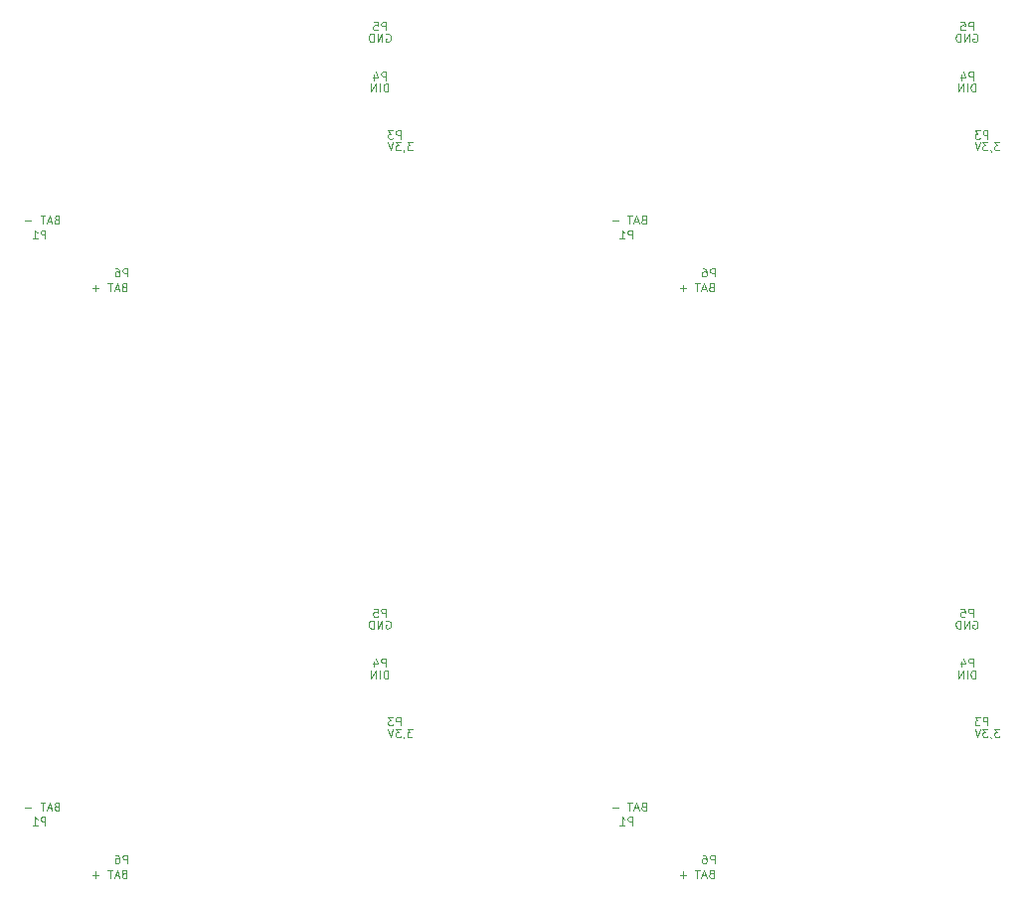
<source format=gbo>
G04 #@! TF.FileFunction,Legend,Bot*
%FSLAX46Y46*%
G04 Gerber Fmt 4.6, Leading zero omitted, Abs format (unit mm)*
G04 Created by KiCad (PCBNEW 4.0.7) date 06/26/18 19:00:46*
%MOMM*%
%LPD*%
G01*
G04 APERTURE LIST*
%ADD10C,0.100000*%
%ADD11C,0.110000*%
G04 APERTURE END LIST*
D10*
D11*
X166016666Y-105316667D02*
X166016666Y-104616667D01*
X165750000Y-104616667D01*
X165683333Y-104650000D01*
X165650000Y-104683333D01*
X165616666Y-104750000D01*
X165616666Y-104850000D01*
X165650000Y-104916667D01*
X165683333Y-104950000D01*
X165750000Y-104983333D01*
X166016666Y-104983333D01*
X165016666Y-104850000D02*
X165016666Y-105316667D01*
X165183333Y-104583333D02*
X165350000Y-105083333D01*
X164916666Y-105083333D01*
X166216666Y-106316667D02*
X166216666Y-105616667D01*
X166050000Y-105616667D01*
X165950000Y-105650000D01*
X165883333Y-105716667D01*
X165850000Y-105783333D01*
X165816666Y-105916667D01*
X165816666Y-106016667D01*
X165850000Y-106150000D01*
X165883333Y-106216667D01*
X165950000Y-106283333D01*
X166050000Y-106316667D01*
X166216666Y-106316667D01*
X165516666Y-106316667D02*
X165516666Y-105616667D01*
X165183333Y-106316667D02*
X165183333Y-105616667D01*
X164783333Y-106316667D01*
X164783333Y-105616667D01*
X116016666Y-105316667D02*
X116016666Y-104616667D01*
X115750000Y-104616667D01*
X115683333Y-104650000D01*
X115650000Y-104683333D01*
X115616666Y-104750000D01*
X115616666Y-104850000D01*
X115650000Y-104916667D01*
X115683333Y-104950000D01*
X115750000Y-104983333D01*
X116016666Y-104983333D01*
X115016666Y-104850000D02*
X115016666Y-105316667D01*
X115183333Y-104583333D02*
X115350000Y-105083333D01*
X114916666Y-105083333D01*
X116216666Y-106316667D02*
X116216666Y-105616667D01*
X116050000Y-105616667D01*
X115950000Y-105650000D01*
X115883333Y-105716667D01*
X115850000Y-105783333D01*
X115816666Y-105916667D01*
X115816666Y-106016667D01*
X115850000Y-106150000D01*
X115883333Y-106216667D01*
X115950000Y-106283333D01*
X116050000Y-106316667D01*
X116216666Y-106316667D01*
X115516666Y-106316667D02*
X115516666Y-105616667D01*
X115183333Y-106316667D02*
X115183333Y-105616667D01*
X114783333Y-106316667D01*
X114783333Y-105616667D01*
X166016666Y-55316667D02*
X166016666Y-54616667D01*
X165750000Y-54616667D01*
X165683333Y-54650000D01*
X165650000Y-54683333D01*
X165616666Y-54750000D01*
X165616666Y-54850000D01*
X165650000Y-54916667D01*
X165683333Y-54950000D01*
X165750000Y-54983333D01*
X166016666Y-54983333D01*
X165016666Y-54850000D02*
X165016666Y-55316667D01*
X165183333Y-54583333D02*
X165350000Y-55083333D01*
X164916666Y-55083333D01*
X166216666Y-56316667D02*
X166216666Y-55616667D01*
X166050000Y-55616667D01*
X165950000Y-55650000D01*
X165883333Y-55716667D01*
X165850000Y-55783333D01*
X165816666Y-55916667D01*
X165816666Y-56016667D01*
X165850000Y-56150000D01*
X165883333Y-56216667D01*
X165950000Y-56283333D01*
X166050000Y-56316667D01*
X166216666Y-56316667D01*
X165516666Y-56316667D02*
X165516666Y-55616667D01*
X165183333Y-56316667D02*
X165183333Y-55616667D01*
X164783333Y-56316667D01*
X164783333Y-55616667D01*
X167266666Y-110316667D02*
X167266666Y-109616667D01*
X167000000Y-109616667D01*
X166933333Y-109650000D01*
X166900000Y-109683333D01*
X166866666Y-109750000D01*
X166866666Y-109850000D01*
X166900000Y-109916667D01*
X166933333Y-109950000D01*
X167000000Y-109983333D01*
X167266666Y-109983333D01*
X166633333Y-109616667D02*
X166200000Y-109616667D01*
X166433333Y-109883333D01*
X166333333Y-109883333D01*
X166266666Y-109916667D01*
X166233333Y-109950000D01*
X166200000Y-110016667D01*
X166200000Y-110183333D01*
X166233333Y-110250000D01*
X166266666Y-110283333D01*
X166333333Y-110316667D01*
X166533333Y-110316667D01*
X166600000Y-110283333D01*
X166633333Y-110250000D01*
X168283333Y-110616667D02*
X167850000Y-110616667D01*
X168083333Y-110883333D01*
X167983333Y-110883333D01*
X167916666Y-110916667D01*
X167883333Y-110950000D01*
X167850000Y-111016667D01*
X167850000Y-111183333D01*
X167883333Y-111250000D01*
X167916666Y-111283333D01*
X167983333Y-111316667D01*
X168183333Y-111316667D01*
X168250000Y-111283333D01*
X168283333Y-111250000D01*
X167516666Y-111283333D02*
X167516666Y-111316667D01*
X167549999Y-111383333D01*
X167583333Y-111416667D01*
X167283333Y-110616667D02*
X166850000Y-110616667D01*
X167083333Y-110883333D01*
X166983333Y-110883333D01*
X166916666Y-110916667D01*
X166883333Y-110950000D01*
X166850000Y-111016667D01*
X166850000Y-111183333D01*
X166883333Y-111250000D01*
X166916666Y-111283333D01*
X166983333Y-111316667D01*
X167183333Y-111316667D01*
X167250000Y-111283333D01*
X167283333Y-111250000D01*
X166649999Y-110616667D02*
X166416666Y-111316667D01*
X166183333Y-110616667D01*
X117266666Y-110316667D02*
X117266666Y-109616667D01*
X117000000Y-109616667D01*
X116933333Y-109650000D01*
X116900000Y-109683333D01*
X116866666Y-109750000D01*
X116866666Y-109850000D01*
X116900000Y-109916667D01*
X116933333Y-109950000D01*
X117000000Y-109983333D01*
X117266666Y-109983333D01*
X116633333Y-109616667D02*
X116200000Y-109616667D01*
X116433333Y-109883333D01*
X116333333Y-109883333D01*
X116266666Y-109916667D01*
X116233333Y-109950000D01*
X116200000Y-110016667D01*
X116200000Y-110183333D01*
X116233333Y-110250000D01*
X116266666Y-110283333D01*
X116333333Y-110316667D01*
X116533333Y-110316667D01*
X116600000Y-110283333D01*
X116633333Y-110250000D01*
X118283333Y-110616667D02*
X117850000Y-110616667D01*
X118083333Y-110883333D01*
X117983333Y-110883333D01*
X117916666Y-110916667D01*
X117883333Y-110950000D01*
X117850000Y-111016667D01*
X117850000Y-111183333D01*
X117883333Y-111250000D01*
X117916666Y-111283333D01*
X117983333Y-111316667D01*
X118183333Y-111316667D01*
X118250000Y-111283333D01*
X118283333Y-111250000D01*
X117516666Y-111283333D02*
X117516666Y-111316667D01*
X117549999Y-111383333D01*
X117583333Y-111416667D01*
X117283333Y-110616667D02*
X116850000Y-110616667D01*
X117083333Y-110883333D01*
X116983333Y-110883333D01*
X116916666Y-110916667D01*
X116883333Y-110950000D01*
X116850000Y-111016667D01*
X116850000Y-111183333D01*
X116883333Y-111250000D01*
X116916666Y-111283333D01*
X116983333Y-111316667D01*
X117183333Y-111316667D01*
X117250000Y-111283333D01*
X117283333Y-111250000D01*
X116649999Y-110616667D02*
X116416666Y-111316667D01*
X116183333Y-110616667D01*
X167266666Y-60316667D02*
X167266666Y-59616667D01*
X167000000Y-59616667D01*
X166933333Y-59650000D01*
X166900000Y-59683333D01*
X166866666Y-59750000D01*
X166866666Y-59850000D01*
X166900000Y-59916667D01*
X166933333Y-59950000D01*
X167000000Y-59983333D01*
X167266666Y-59983333D01*
X166633333Y-59616667D02*
X166200000Y-59616667D01*
X166433333Y-59883333D01*
X166333333Y-59883333D01*
X166266666Y-59916667D01*
X166233333Y-59950000D01*
X166200000Y-60016667D01*
X166200000Y-60183333D01*
X166233333Y-60250000D01*
X166266666Y-60283333D01*
X166333333Y-60316667D01*
X166533333Y-60316667D01*
X166600000Y-60283333D01*
X166633333Y-60250000D01*
X168283333Y-60616667D02*
X167850000Y-60616667D01*
X168083333Y-60883333D01*
X167983333Y-60883333D01*
X167916666Y-60916667D01*
X167883333Y-60950000D01*
X167850000Y-61016667D01*
X167850000Y-61183333D01*
X167883333Y-61250000D01*
X167916666Y-61283333D01*
X167983333Y-61316667D01*
X168183333Y-61316667D01*
X168250000Y-61283333D01*
X168283333Y-61250000D01*
X167516666Y-61283333D02*
X167516666Y-61316667D01*
X167549999Y-61383333D01*
X167583333Y-61416667D01*
X167283333Y-60616667D02*
X166850000Y-60616667D01*
X167083333Y-60883333D01*
X166983333Y-60883333D01*
X166916666Y-60916667D01*
X166883333Y-60950000D01*
X166850000Y-61016667D01*
X166850000Y-61183333D01*
X166883333Y-61250000D01*
X166916666Y-61283333D01*
X166983333Y-61316667D01*
X167183333Y-61316667D01*
X167250000Y-61283333D01*
X167283333Y-61250000D01*
X166649999Y-60616667D02*
X166416666Y-61316667D01*
X166183333Y-60616667D01*
X166016666Y-101066667D02*
X166016666Y-100366667D01*
X165750000Y-100366667D01*
X165683333Y-100400000D01*
X165650000Y-100433333D01*
X165616666Y-100500000D01*
X165616666Y-100600000D01*
X165650000Y-100666667D01*
X165683333Y-100700000D01*
X165750000Y-100733333D01*
X166016666Y-100733333D01*
X164983333Y-100366667D02*
X165316666Y-100366667D01*
X165350000Y-100700000D01*
X165316666Y-100666667D01*
X165250000Y-100633333D01*
X165083333Y-100633333D01*
X165016666Y-100666667D01*
X164983333Y-100700000D01*
X164950000Y-100766667D01*
X164950000Y-100933333D01*
X164983333Y-101000000D01*
X165016666Y-101033333D01*
X165083333Y-101066667D01*
X165250000Y-101066667D01*
X165316666Y-101033333D01*
X165350000Y-101000000D01*
X166033333Y-101400000D02*
X166099999Y-101366667D01*
X166199999Y-101366667D01*
X166299999Y-101400000D01*
X166366666Y-101466667D01*
X166399999Y-101533333D01*
X166433333Y-101666667D01*
X166433333Y-101766667D01*
X166399999Y-101900000D01*
X166366666Y-101966667D01*
X166299999Y-102033333D01*
X166199999Y-102066667D01*
X166133333Y-102066667D01*
X166033333Y-102033333D01*
X165999999Y-102000000D01*
X165999999Y-101766667D01*
X166133333Y-101766667D01*
X165699999Y-102066667D02*
X165699999Y-101366667D01*
X165299999Y-102066667D01*
X165299999Y-101366667D01*
X164966666Y-102066667D02*
X164966666Y-101366667D01*
X164800000Y-101366667D01*
X164700000Y-101400000D01*
X164633333Y-101466667D01*
X164600000Y-101533333D01*
X164566666Y-101666667D01*
X164566666Y-101766667D01*
X164600000Y-101900000D01*
X164633333Y-101966667D01*
X164700000Y-102033333D01*
X164800000Y-102066667D01*
X164966666Y-102066667D01*
X116016666Y-101066667D02*
X116016666Y-100366667D01*
X115750000Y-100366667D01*
X115683333Y-100400000D01*
X115650000Y-100433333D01*
X115616666Y-100500000D01*
X115616666Y-100600000D01*
X115650000Y-100666667D01*
X115683333Y-100700000D01*
X115750000Y-100733333D01*
X116016666Y-100733333D01*
X114983333Y-100366667D02*
X115316666Y-100366667D01*
X115350000Y-100700000D01*
X115316666Y-100666667D01*
X115250000Y-100633333D01*
X115083333Y-100633333D01*
X115016666Y-100666667D01*
X114983333Y-100700000D01*
X114950000Y-100766667D01*
X114950000Y-100933333D01*
X114983333Y-101000000D01*
X115016666Y-101033333D01*
X115083333Y-101066667D01*
X115250000Y-101066667D01*
X115316666Y-101033333D01*
X115350000Y-101000000D01*
X116033333Y-101400000D02*
X116099999Y-101366667D01*
X116199999Y-101366667D01*
X116299999Y-101400000D01*
X116366666Y-101466667D01*
X116399999Y-101533333D01*
X116433333Y-101666667D01*
X116433333Y-101766667D01*
X116399999Y-101900000D01*
X116366666Y-101966667D01*
X116299999Y-102033333D01*
X116199999Y-102066667D01*
X116133333Y-102066667D01*
X116033333Y-102033333D01*
X115999999Y-102000000D01*
X115999999Y-101766667D01*
X116133333Y-101766667D01*
X115699999Y-102066667D02*
X115699999Y-101366667D01*
X115299999Y-102066667D01*
X115299999Y-101366667D01*
X114966666Y-102066667D02*
X114966666Y-101366667D01*
X114800000Y-101366667D01*
X114700000Y-101400000D01*
X114633333Y-101466667D01*
X114600000Y-101533333D01*
X114566666Y-101666667D01*
X114566666Y-101766667D01*
X114600000Y-101900000D01*
X114633333Y-101966667D01*
X114700000Y-102033333D01*
X114800000Y-102066667D01*
X114966666Y-102066667D01*
X166016666Y-51066667D02*
X166016666Y-50366667D01*
X165750000Y-50366667D01*
X165683333Y-50400000D01*
X165650000Y-50433333D01*
X165616666Y-50500000D01*
X165616666Y-50600000D01*
X165650000Y-50666667D01*
X165683333Y-50700000D01*
X165750000Y-50733333D01*
X166016666Y-50733333D01*
X164983333Y-50366667D02*
X165316666Y-50366667D01*
X165350000Y-50700000D01*
X165316666Y-50666667D01*
X165250000Y-50633333D01*
X165083333Y-50633333D01*
X165016666Y-50666667D01*
X164983333Y-50700000D01*
X164950000Y-50766667D01*
X164950000Y-50933333D01*
X164983333Y-51000000D01*
X165016666Y-51033333D01*
X165083333Y-51066667D01*
X165250000Y-51066667D01*
X165316666Y-51033333D01*
X165350000Y-51000000D01*
X166033333Y-51400000D02*
X166099999Y-51366667D01*
X166199999Y-51366667D01*
X166299999Y-51400000D01*
X166366666Y-51466667D01*
X166399999Y-51533333D01*
X166433333Y-51666667D01*
X166433333Y-51766667D01*
X166399999Y-51900000D01*
X166366666Y-51966667D01*
X166299999Y-52033333D01*
X166199999Y-52066667D01*
X166133333Y-52066667D01*
X166033333Y-52033333D01*
X165999999Y-52000000D01*
X165999999Y-51766667D01*
X166133333Y-51766667D01*
X165699999Y-52066667D02*
X165699999Y-51366667D01*
X165299999Y-52066667D01*
X165299999Y-51366667D01*
X164966666Y-52066667D02*
X164966666Y-51366667D01*
X164800000Y-51366667D01*
X164700000Y-51400000D01*
X164633333Y-51466667D01*
X164600000Y-51533333D01*
X164566666Y-51666667D01*
X164566666Y-51766667D01*
X164600000Y-51900000D01*
X164633333Y-51966667D01*
X164700000Y-52033333D01*
X164800000Y-52066667D01*
X164966666Y-52066667D01*
X137016666Y-118816667D02*
X137016666Y-118116667D01*
X136750000Y-118116667D01*
X136683333Y-118150000D01*
X136650000Y-118183333D01*
X136616666Y-118250000D01*
X136616666Y-118350000D01*
X136650000Y-118416667D01*
X136683333Y-118450000D01*
X136750000Y-118483333D01*
X137016666Y-118483333D01*
X135950000Y-118816667D02*
X136350000Y-118816667D01*
X136150000Y-118816667D02*
X136150000Y-118116667D01*
X136216666Y-118216667D01*
X136283333Y-118283333D01*
X136350000Y-118316667D01*
X137966666Y-117200000D02*
X137866666Y-117233333D01*
X137833333Y-117266667D01*
X137799999Y-117333333D01*
X137799999Y-117433333D01*
X137833333Y-117500000D01*
X137866666Y-117533333D01*
X137933333Y-117566667D01*
X138199999Y-117566667D01*
X138199999Y-116866667D01*
X137966666Y-116866667D01*
X137899999Y-116900000D01*
X137866666Y-116933333D01*
X137833333Y-117000000D01*
X137833333Y-117066667D01*
X137866666Y-117133333D01*
X137899999Y-117166667D01*
X137966666Y-117200000D01*
X138199999Y-117200000D01*
X137533333Y-117366667D02*
X137199999Y-117366667D01*
X137599999Y-117566667D02*
X137366666Y-116866667D01*
X137133333Y-117566667D01*
X136999999Y-116866667D02*
X136599999Y-116866667D01*
X136799999Y-117566667D02*
X136799999Y-116866667D01*
X135833333Y-117300000D02*
X135300000Y-117300000D01*
X87016666Y-118816667D02*
X87016666Y-118116667D01*
X86750000Y-118116667D01*
X86683333Y-118150000D01*
X86650000Y-118183333D01*
X86616666Y-118250000D01*
X86616666Y-118350000D01*
X86650000Y-118416667D01*
X86683333Y-118450000D01*
X86750000Y-118483333D01*
X87016666Y-118483333D01*
X85950000Y-118816667D02*
X86350000Y-118816667D01*
X86150000Y-118816667D02*
X86150000Y-118116667D01*
X86216666Y-118216667D01*
X86283333Y-118283333D01*
X86350000Y-118316667D01*
X87966666Y-117200000D02*
X87866666Y-117233333D01*
X87833333Y-117266667D01*
X87799999Y-117333333D01*
X87799999Y-117433333D01*
X87833333Y-117500000D01*
X87866666Y-117533333D01*
X87933333Y-117566667D01*
X88199999Y-117566667D01*
X88199999Y-116866667D01*
X87966666Y-116866667D01*
X87899999Y-116900000D01*
X87866666Y-116933333D01*
X87833333Y-117000000D01*
X87833333Y-117066667D01*
X87866666Y-117133333D01*
X87899999Y-117166667D01*
X87966666Y-117200000D01*
X88199999Y-117200000D01*
X87533333Y-117366667D02*
X87199999Y-117366667D01*
X87599999Y-117566667D02*
X87366666Y-116866667D01*
X87133333Y-117566667D01*
X86999999Y-116866667D02*
X86599999Y-116866667D01*
X86799999Y-117566667D02*
X86799999Y-116866667D01*
X85833333Y-117300000D02*
X85300000Y-117300000D01*
X137016666Y-68816667D02*
X137016666Y-68116667D01*
X136750000Y-68116667D01*
X136683333Y-68150000D01*
X136650000Y-68183333D01*
X136616666Y-68250000D01*
X136616666Y-68350000D01*
X136650000Y-68416667D01*
X136683333Y-68450000D01*
X136750000Y-68483333D01*
X137016666Y-68483333D01*
X135950000Y-68816667D02*
X136350000Y-68816667D01*
X136150000Y-68816667D02*
X136150000Y-68116667D01*
X136216666Y-68216667D01*
X136283333Y-68283333D01*
X136350000Y-68316667D01*
X137966666Y-67200000D02*
X137866666Y-67233333D01*
X137833333Y-67266667D01*
X137799999Y-67333333D01*
X137799999Y-67433333D01*
X137833333Y-67500000D01*
X137866666Y-67533333D01*
X137933333Y-67566667D01*
X138199999Y-67566667D01*
X138199999Y-66866667D01*
X137966666Y-66866667D01*
X137899999Y-66900000D01*
X137866666Y-66933333D01*
X137833333Y-67000000D01*
X137833333Y-67066667D01*
X137866666Y-67133333D01*
X137899999Y-67166667D01*
X137966666Y-67200000D01*
X138199999Y-67200000D01*
X137533333Y-67366667D02*
X137199999Y-67366667D01*
X137599999Y-67566667D02*
X137366666Y-66866667D01*
X137133333Y-67566667D01*
X136999999Y-66866667D02*
X136599999Y-66866667D01*
X136799999Y-67566667D02*
X136799999Y-66866667D01*
X135833333Y-67300000D02*
X135300000Y-67300000D01*
X144016666Y-122066667D02*
X144016666Y-121366667D01*
X143750000Y-121366667D01*
X143683333Y-121400000D01*
X143650000Y-121433333D01*
X143616666Y-121500000D01*
X143616666Y-121600000D01*
X143650000Y-121666667D01*
X143683333Y-121700000D01*
X143750000Y-121733333D01*
X144016666Y-121733333D01*
X143016666Y-121366667D02*
X143150000Y-121366667D01*
X143216666Y-121400000D01*
X143250000Y-121433333D01*
X143316666Y-121533333D01*
X143350000Y-121666667D01*
X143350000Y-121933333D01*
X143316666Y-122000000D01*
X143283333Y-122033333D01*
X143216666Y-122066667D01*
X143083333Y-122066667D01*
X143016666Y-122033333D01*
X142983333Y-122000000D01*
X142950000Y-121933333D01*
X142950000Y-121766667D01*
X142983333Y-121700000D01*
X143016666Y-121666667D01*
X143083333Y-121633333D01*
X143216666Y-121633333D01*
X143283333Y-121666667D01*
X143316666Y-121700000D01*
X143350000Y-121766667D01*
X143716666Y-122950000D02*
X143616666Y-122983333D01*
X143583333Y-123016667D01*
X143549999Y-123083333D01*
X143549999Y-123183333D01*
X143583333Y-123250000D01*
X143616666Y-123283333D01*
X143683333Y-123316667D01*
X143949999Y-123316667D01*
X143949999Y-122616667D01*
X143716666Y-122616667D01*
X143649999Y-122650000D01*
X143616666Y-122683333D01*
X143583333Y-122750000D01*
X143583333Y-122816667D01*
X143616666Y-122883333D01*
X143649999Y-122916667D01*
X143716666Y-122950000D01*
X143949999Y-122950000D01*
X143283333Y-123116667D02*
X142949999Y-123116667D01*
X143349999Y-123316667D02*
X143116666Y-122616667D01*
X142883333Y-123316667D01*
X142749999Y-122616667D02*
X142349999Y-122616667D01*
X142549999Y-123316667D02*
X142549999Y-122616667D01*
X141583333Y-123050000D02*
X141050000Y-123050000D01*
X141316667Y-123316667D02*
X141316667Y-122783333D01*
X94016666Y-122066667D02*
X94016666Y-121366667D01*
X93750000Y-121366667D01*
X93683333Y-121400000D01*
X93650000Y-121433333D01*
X93616666Y-121500000D01*
X93616666Y-121600000D01*
X93650000Y-121666667D01*
X93683333Y-121700000D01*
X93750000Y-121733333D01*
X94016666Y-121733333D01*
X93016666Y-121366667D02*
X93150000Y-121366667D01*
X93216666Y-121400000D01*
X93250000Y-121433333D01*
X93316666Y-121533333D01*
X93350000Y-121666667D01*
X93350000Y-121933333D01*
X93316666Y-122000000D01*
X93283333Y-122033333D01*
X93216666Y-122066667D01*
X93083333Y-122066667D01*
X93016666Y-122033333D01*
X92983333Y-122000000D01*
X92950000Y-121933333D01*
X92950000Y-121766667D01*
X92983333Y-121700000D01*
X93016666Y-121666667D01*
X93083333Y-121633333D01*
X93216666Y-121633333D01*
X93283333Y-121666667D01*
X93316666Y-121700000D01*
X93350000Y-121766667D01*
X93716666Y-122950000D02*
X93616666Y-122983333D01*
X93583333Y-123016667D01*
X93549999Y-123083333D01*
X93549999Y-123183333D01*
X93583333Y-123250000D01*
X93616666Y-123283333D01*
X93683333Y-123316667D01*
X93949999Y-123316667D01*
X93949999Y-122616667D01*
X93716666Y-122616667D01*
X93649999Y-122650000D01*
X93616666Y-122683333D01*
X93583333Y-122750000D01*
X93583333Y-122816667D01*
X93616666Y-122883333D01*
X93649999Y-122916667D01*
X93716666Y-122950000D01*
X93949999Y-122950000D01*
X93283333Y-123116667D02*
X92949999Y-123116667D01*
X93349999Y-123316667D02*
X93116666Y-122616667D01*
X92883333Y-123316667D01*
X92749999Y-122616667D02*
X92349999Y-122616667D01*
X92549999Y-123316667D02*
X92549999Y-122616667D01*
X91583333Y-123050000D02*
X91050000Y-123050000D01*
X91316667Y-123316667D02*
X91316667Y-122783333D01*
X144016666Y-72066667D02*
X144016666Y-71366667D01*
X143750000Y-71366667D01*
X143683333Y-71400000D01*
X143650000Y-71433333D01*
X143616666Y-71500000D01*
X143616666Y-71600000D01*
X143650000Y-71666667D01*
X143683333Y-71700000D01*
X143750000Y-71733333D01*
X144016666Y-71733333D01*
X143016666Y-71366667D02*
X143150000Y-71366667D01*
X143216666Y-71400000D01*
X143250000Y-71433333D01*
X143316666Y-71533333D01*
X143350000Y-71666667D01*
X143350000Y-71933333D01*
X143316666Y-72000000D01*
X143283333Y-72033333D01*
X143216666Y-72066667D01*
X143083333Y-72066667D01*
X143016666Y-72033333D01*
X142983333Y-72000000D01*
X142950000Y-71933333D01*
X142950000Y-71766667D01*
X142983333Y-71700000D01*
X143016666Y-71666667D01*
X143083333Y-71633333D01*
X143216666Y-71633333D01*
X143283333Y-71666667D01*
X143316666Y-71700000D01*
X143350000Y-71766667D01*
X143716666Y-72950000D02*
X143616666Y-72983333D01*
X143583333Y-73016667D01*
X143549999Y-73083333D01*
X143549999Y-73183333D01*
X143583333Y-73250000D01*
X143616666Y-73283333D01*
X143683333Y-73316667D01*
X143949999Y-73316667D01*
X143949999Y-72616667D01*
X143716666Y-72616667D01*
X143649999Y-72650000D01*
X143616666Y-72683333D01*
X143583333Y-72750000D01*
X143583333Y-72816667D01*
X143616666Y-72883333D01*
X143649999Y-72916667D01*
X143716666Y-72950000D01*
X143949999Y-72950000D01*
X143283333Y-73116667D02*
X142949999Y-73116667D01*
X143349999Y-73316667D02*
X143116666Y-72616667D01*
X142883333Y-73316667D01*
X142749999Y-72616667D02*
X142349999Y-72616667D01*
X142549999Y-73316667D02*
X142549999Y-72616667D01*
X141583333Y-73050000D02*
X141050000Y-73050000D01*
X141316667Y-73316667D02*
X141316667Y-72783333D01*
X87016666Y-68816667D02*
X87016666Y-68116667D01*
X86750000Y-68116667D01*
X86683333Y-68150000D01*
X86650000Y-68183333D01*
X86616666Y-68250000D01*
X86616666Y-68350000D01*
X86650000Y-68416667D01*
X86683333Y-68450000D01*
X86750000Y-68483333D01*
X87016666Y-68483333D01*
X85950000Y-68816667D02*
X86350000Y-68816667D01*
X86150000Y-68816667D02*
X86150000Y-68116667D01*
X86216666Y-68216667D01*
X86283333Y-68283333D01*
X86350000Y-68316667D01*
X87966666Y-67200000D02*
X87866666Y-67233333D01*
X87833333Y-67266667D01*
X87799999Y-67333333D01*
X87799999Y-67433333D01*
X87833333Y-67500000D01*
X87866666Y-67533333D01*
X87933333Y-67566667D01*
X88199999Y-67566667D01*
X88199999Y-66866667D01*
X87966666Y-66866667D01*
X87899999Y-66900000D01*
X87866666Y-66933333D01*
X87833333Y-67000000D01*
X87833333Y-67066667D01*
X87866666Y-67133333D01*
X87899999Y-67166667D01*
X87966666Y-67200000D01*
X88199999Y-67200000D01*
X87533333Y-67366667D02*
X87199999Y-67366667D01*
X87599999Y-67566667D02*
X87366666Y-66866667D01*
X87133333Y-67566667D01*
X86999999Y-66866667D02*
X86599999Y-66866667D01*
X86799999Y-67566667D02*
X86799999Y-66866667D01*
X85833333Y-67300000D02*
X85300000Y-67300000D01*
X117266666Y-60316667D02*
X117266666Y-59616667D01*
X117000000Y-59616667D01*
X116933333Y-59650000D01*
X116900000Y-59683333D01*
X116866666Y-59750000D01*
X116866666Y-59850000D01*
X116900000Y-59916667D01*
X116933333Y-59950000D01*
X117000000Y-59983333D01*
X117266666Y-59983333D01*
X116633333Y-59616667D02*
X116200000Y-59616667D01*
X116433333Y-59883333D01*
X116333333Y-59883333D01*
X116266666Y-59916667D01*
X116233333Y-59950000D01*
X116200000Y-60016667D01*
X116200000Y-60183333D01*
X116233333Y-60250000D01*
X116266666Y-60283333D01*
X116333333Y-60316667D01*
X116533333Y-60316667D01*
X116600000Y-60283333D01*
X116633333Y-60250000D01*
X118283333Y-60616667D02*
X117850000Y-60616667D01*
X118083333Y-60883333D01*
X117983333Y-60883333D01*
X117916666Y-60916667D01*
X117883333Y-60950000D01*
X117850000Y-61016667D01*
X117850000Y-61183333D01*
X117883333Y-61250000D01*
X117916666Y-61283333D01*
X117983333Y-61316667D01*
X118183333Y-61316667D01*
X118250000Y-61283333D01*
X118283333Y-61250000D01*
X117516666Y-61283333D02*
X117516666Y-61316667D01*
X117549999Y-61383333D01*
X117583333Y-61416667D01*
X117283333Y-60616667D02*
X116850000Y-60616667D01*
X117083333Y-60883333D01*
X116983333Y-60883333D01*
X116916666Y-60916667D01*
X116883333Y-60950000D01*
X116850000Y-61016667D01*
X116850000Y-61183333D01*
X116883333Y-61250000D01*
X116916666Y-61283333D01*
X116983333Y-61316667D01*
X117183333Y-61316667D01*
X117250000Y-61283333D01*
X117283333Y-61250000D01*
X116649999Y-60616667D02*
X116416666Y-61316667D01*
X116183333Y-60616667D01*
X116016666Y-55316667D02*
X116016666Y-54616667D01*
X115750000Y-54616667D01*
X115683333Y-54650000D01*
X115650000Y-54683333D01*
X115616666Y-54750000D01*
X115616666Y-54850000D01*
X115650000Y-54916667D01*
X115683333Y-54950000D01*
X115750000Y-54983333D01*
X116016666Y-54983333D01*
X115016666Y-54850000D02*
X115016666Y-55316667D01*
X115183333Y-54583333D02*
X115350000Y-55083333D01*
X114916666Y-55083333D01*
X116216666Y-56316667D02*
X116216666Y-55616667D01*
X116050000Y-55616667D01*
X115950000Y-55650000D01*
X115883333Y-55716667D01*
X115850000Y-55783333D01*
X115816666Y-55916667D01*
X115816666Y-56016667D01*
X115850000Y-56150000D01*
X115883333Y-56216667D01*
X115950000Y-56283333D01*
X116050000Y-56316667D01*
X116216666Y-56316667D01*
X115516666Y-56316667D02*
X115516666Y-55616667D01*
X115183333Y-56316667D02*
X115183333Y-55616667D01*
X114783333Y-56316667D01*
X114783333Y-55616667D01*
X116016666Y-51066667D02*
X116016666Y-50366667D01*
X115750000Y-50366667D01*
X115683333Y-50400000D01*
X115650000Y-50433333D01*
X115616666Y-50500000D01*
X115616666Y-50600000D01*
X115650000Y-50666667D01*
X115683333Y-50700000D01*
X115750000Y-50733333D01*
X116016666Y-50733333D01*
X114983333Y-50366667D02*
X115316666Y-50366667D01*
X115350000Y-50700000D01*
X115316666Y-50666667D01*
X115250000Y-50633333D01*
X115083333Y-50633333D01*
X115016666Y-50666667D01*
X114983333Y-50700000D01*
X114950000Y-50766667D01*
X114950000Y-50933333D01*
X114983333Y-51000000D01*
X115016666Y-51033333D01*
X115083333Y-51066667D01*
X115250000Y-51066667D01*
X115316666Y-51033333D01*
X115350000Y-51000000D01*
X116033333Y-51400000D02*
X116099999Y-51366667D01*
X116199999Y-51366667D01*
X116299999Y-51400000D01*
X116366666Y-51466667D01*
X116399999Y-51533333D01*
X116433333Y-51666667D01*
X116433333Y-51766667D01*
X116399999Y-51900000D01*
X116366666Y-51966667D01*
X116299999Y-52033333D01*
X116199999Y-52066667D01*
X116133333Y-52066667D01*
X116033333Y-52033333D01*
X115999999Y-52000000D01*
X115999999Y-51766667D01*
X116133333Y-51766667D01*
X115699999Y-52066667D02*
X115699999Y-51366667D01*
X115299999Y-52066667D01*
X115299999Y-51366667D01*
X114966666Y-52066667D02*
X114966666Y-51366667D01*
X114800000Y-51366667D01*
X114700000Y-51400000D01*
X114633333Y-51466667D01*
X114600000Y-51533333D01*
X114566666Y-51666667D01*
X114566666Y-51766667D01*
X114600000Y-51900000D01*
X114633333Y-51966667D01*
X114700000Y-52033333D01*
X114800000Y-52066667D01*
X114966666Y-52066667D01*
X94016666Y-72066667D02*
X94016666Y-71366667D01*
X93750000Y-71366667D01*
X93683333Y-71400000D01*
X93650000Y-71433333D01*
X93616666Y-71500000D01*
X93616666Y-71600000D01*
X93650000Y-71666667D01*
X93683333Y-71700000D01*
X93750000Y-71733333D01*
X94016666Y-71733333D01*
X93016666Y-71366667D02*
X93150000Y-71366667D01*
X93216666Y-71400000D01*
X93250000Y-71433333D01*
X93316666Y-71533333D01*
X93350000Y-71666667D01*
X93350000Y-71933333D01*
X93316666Y-72000000D01*
X93283333Y-72033333D01*
X93216666Y-72066667D01*
X93083333Y-72066667D01*
X93016666Y-72033333D01*
X92983333Y-72000000D01*
X92950000Y-71933333D01*
X92950000Y-71766667D01*
X92983333Y-71700000D01*
X93016666Y-71666667D01*
X93083333Y-71633333D01*
X93216666Y-71633333D01*
X93283333Y-71666667D01*
X93316666Y-71700000D01*
X93350000Y-71766667D01*
X93716666Y-72950000D02*
X93616666Y-72983333D01*
X93583333Y-73016667D01*
X93549999Y-73083333D01*
X93549999Y-73183333D01*
X93583333Y-73250000D01*
X93616666Y-73283333D01*
X93683333Y-73316667D01*
X93949999Y-73316667D01*
X93949999Y-72616667D01*
X93716666Y-72616667D01*
X93649999Y-72650000D01*
X93616666Y-72683333D01*
X93583333Y-72750000D01*
X93583333Y-72816667D01*
X93616666Y-72883333D01*
X93649999Y-72916667D01*
X93716666Y-72950000D01*
X93949999Y-72950000D01*
X93283333Y-73116667D02*
X92949999Y-73116667D01*
X93349999Y-73316667D02*
X93116666Y-72616667D01*
X92883333Y-73316667D01*
X92749999Y-72616667D02*
X92349999Y-72616667D01*
X92549999Y-73316667D02*
X92549999Y-72616667D01*
X91583333Y-73050000D02*
X91050000Y-73050000D01*
X91316667Y-73316667D02*
X91316667Y-72783333D01*
M02*

</source>
